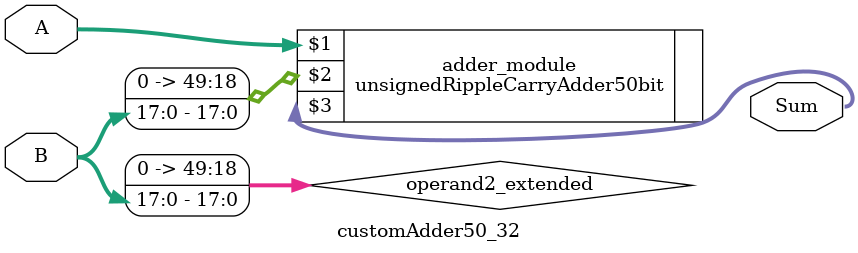
<source format=v>
module customAdder50_32(
                        input [49 : 0] A,
                        input [17 : 0] B,
                        
                        output [50 : 0] Sum
                );

        wire [49 : 0] operand2_extended;
        
        assign operand2_extended =  {32'b0, B};
        
        unsignedRippleCarryAdder50bit adder_module(
            A,
            operand2_extended,
            Sum
        );
        
        endmodule
        
</source>
